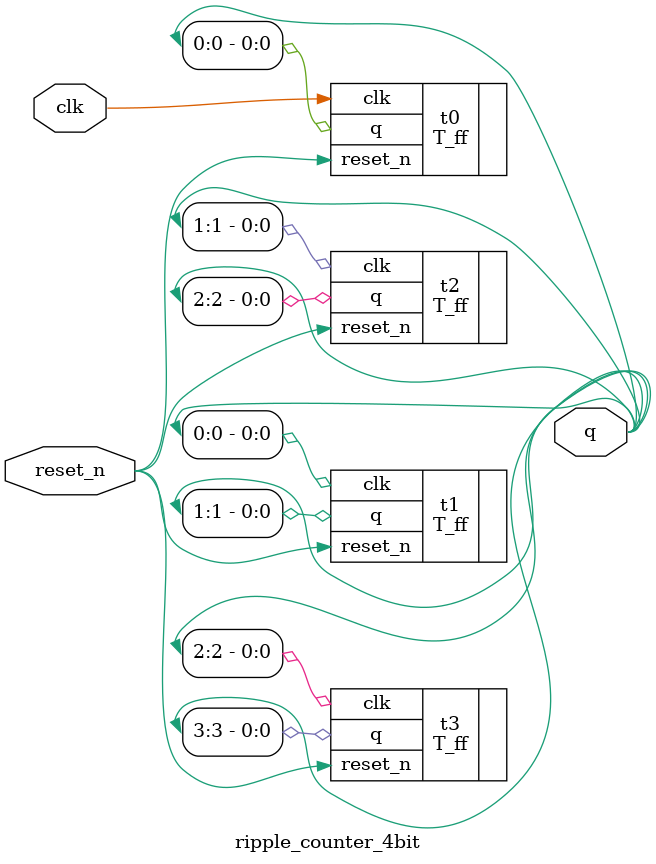
<source format=v>
module ripple_counter_4bit (
    input  wire clk,      // external clock
    input  wire reset_n,  // active-low asynchronous reset
    output wire [3:0]q   // 4-bit count output
);

    // Q0 toggles on external clock
    T_ff t0 (
        .clk    (clk),
        .reset_n(reset_n),
        .q      (q[0])
    );

    // Each next stage uses previous bit as its clock (ripple)
    T_ff t1 (
        .clk    (q[0]),
        .reset_n(reset_n),
        .q      (q[1])
    );

    T_ff t2 (
        .clk    (q[1]),
        .reset_n(reset_n),
        .q      (q[2])
    );

    T_ff t3 (
        .clk    (q[2]),
        .reset_n(reset_n),
        .q      (q[3])
    );

endmodule

</source>
